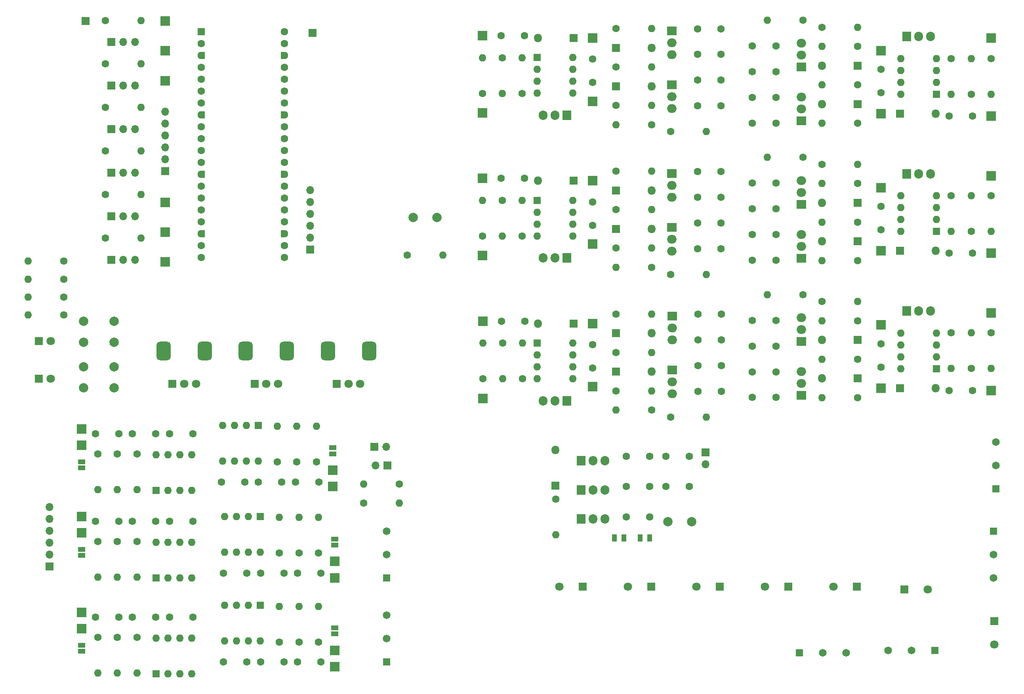
<source format=gbr>
%TF.GenerationSoftware,KiCad,Pcbnew,8.0.6*%
%TF.CreationDate,2025-02-16T13:00:18+00:00*%
%TF.ProjectId,PCB,5043422e-6b69-4636-9164-5f7063625858,rev?*%
%TF.SameCoordinates,Original*%
%TF.FileFunction,Soldermask,Top*%
%TF.FilePolarity,Negative*%
%FSLAX46Y46*%
G04 Gerber Fmt 4.6, Leading zero omitted, Abs format (unit mm)*
G04 Created by KiCad (PCBNEW 8.0.6) date 2025-02-16 13:00:18*
%MOMM*%
%LPD*%
G01*
G04 APERTURE LIST*
G04 Aperture macros list*
%AMRoundRect*
0 Rectangle with rounded corners*
0 $1 Rounding radius*
0 $2 $3 $4 $5 $6 $7 $8 $9 X,Y pos of 4 corners*
0 Add a 4 corners polygon primitive as box body*
4,1,4,$2,$3,$4,$5,$6,$7,$8,$9,$2,$3,0*
0 Add four circle primitives for the rounded corners*
1,1,$1+$1,$2,$3*
1,1,$1+$1,$4,$5*
1,1,$1+$1,$6,$7*
1,1,$1+$1,$8,$9*
0 Add four rect primitives between the rounded corners*
20,1,$1+$1,$2,$3,$4,$5,0*
20,1,$1+$1,$4,$5,$6,$7,0*
20,1,$1+$1,$6,$7,$8,$9,0*
20,1,$1+$1,$8,$9,$2,$3,0*%
%AMFreePoly0*
4,1,28,0.605014,0.794986,0.644504,0.794986,0.724698,0.756366,0.780194,0.686777,0.800000,0.600000,0.800000,-0.600000,0.780194,-0.686777,0.724698,-0.756366,0.644504,-0.794986,0.605014,-0.794986,0.600000,-0.800000,0.000000,-0.800000,-0.178017,-0.779942,-0.347107,-0.720775,-0.498792,-0.625465,-0.625465,-0.498792,-0.720775,-0.347107,-0.779942,-0.178017,-0.800000,0.000000,-0.779942,0.178017,
-0.720775,0.347107,-0.625465,0.498792,-0.498792,0.625465,-0.347107,0.720775,-0.178017,0.779942,0.000000,0.800000,0.600000,0.800000,0.605014,0.794986,0.605014,0.794986,$1*%
%AMFreePoly1*
4,1,28,0.178017,0.779942,0.347107,0.720775,0.498792,0.625465,0.625465,0.498792,0.720775,0.347107,0.779942,0.178017,0.800000,0.000000,0.779942,-0.178017,0.720775,-0.347107,0.625465,-0.498792,0.498792,-0.625465,0.347107,-0.720775,0.178017,-0.779942,0.000000,-0.800000,-0.600000,-0.800000,-0.605014,-0.794986,-0.644504,-0.794986,-0.724698,-0.756366,-0.780194,-0.686777,-0.800000,-0.600000,
-0.800000,0.600000,-0.780194,0.686777,-0.724698,0.756366,-0.644504,0.794986,-0.605014,0.794986,-0.600000,0.800000,0.000000,0.800000,0.178017,0.779942,0.178017,0.779942,$1*%
G04 Aperture macros list end*
%ADD10R,1.800000X1.800000*%
%ADD11O,1.800000X1.800000*%
%ADD12C,1.600000*%
%ADD13R,2.000000X1.905000*%
%ADD14O,2.000000X1.905000*%
%ADD15O,1.600000X1.600000*%
%ADD16R,1.905000X2.000000*%
%ADD17O,1.905000X2.000000*%
%ADD18R,1.650000X1.650000*%
%ADD19C,1.650000*%
%ADD20R,2.000000X2.000000*%
%ADD21C,1.800000*%
%ADD22R,1.500000X1.000000*%
%ADD23R,1.700000X1.700000*%
%ADD24O,1.700000X1.700000*%
%ADD25C,2.000000*%
%ADD26R,1.600000X1.600000*%
%ADD27RoundRect,0.200000X-0.600000X-0.600000X0.600000X-0.600000X0.600000X0.600000X-0.600000X0.600000X0*%
%ADD28FreePoly0,0.000000*%
%ADD29FreePoly1,0.000000*%
%ADD30R,1.000000X1.500000*%
%ADD31RoundRect,0.750000X0.750000X-1.250000X0.750000X1.250000X-0.750000X1.250000X-0.750000X-1.250000X0*%
G04 APERTURE END LIST*
D10*
%TO.C,D11*%
X229500000Y-115061000D03*
D11*
X221880000Y-115061000D03*
%TD*%
D10*
%TO.C,D16*%
X177800000Y-112422000D03*
D11*
X185420000Y-112422000D03*
%TD*%
D12*
%TO.C,C51*%
X200300000Y-69638000D03*
X195300000Y-69638000D03*
%TD*%
%TO.C,C57*%
X114760000Y-205000000D03*
X109760000Y-205000000D03*
%TD*%
D13*
%TO.C,Q5*%
X189800000Y-112098000D03*
D14*
X189800000Y-114638000D03*
X189800000Y-117178000D03*
%TD*%
D12*
%TO.C,C32*%
X185000000Y-161000000D03*
X180000000Y-161000000D03*
%TD*%
%TO.C,R10*%
X177800000Y-108314000D03*
D15*
X185420000Y-108314000D03*
%TD*%
D12*
%TO.C,C40*%
X87400000Y-195400000D03*
X82400000Y-195400000D03*
%TD*%
D16*
%TO.C,Q1*%
X167300000Y-118638000D03*
D17*
X164760000Y-118638000D03*
X162220000Y-118638000D03*
%TD*%
D18*
%TO.C,J25*%
X217000000Y-203000000D03*
D19*
X222000000Y-203000000D03*
X227000000Y-203000000D03*
%TD*%
D12*
%TO.C,C1*%
X158300000Y-101638000D03*
X153300000Y-101638000D03*
%TD*%
D20*
%TO.C,TP29*%
X117760000Y-187000000D03*
%TD*%
D10*
%TO.C,J19*%
X200050000Y-188900000D03*
D21*
X195050000Y-188900000D03*
%TD*%
D22*
%TO.C,JP2*%
X63580000Y-180900000D03*
X63580000Y-182200000D03*
%TD*%
D18*
%TO.C,J21*%
X128800000Y-187000000D03*
D19*
X128800000Y-182000000D03*
X128800000Y-177000000D03*
%TD*%
D12*
%TO.C,C20*%
X207000000Y-102629000D03*
X212000000Y-102629000D03*
%TD*%
D16*
%TO.C,Q16*%
X240000000Y-100629000D03*
D17*
X242540000Y-100629000D03*
X245080000Y-100629000D03*
%TD*%
D12*
%TO.C,C45*%
X93940000Y-186000000D03*
X98940000Y-186000000D03*
%TD*%
%TO.C,R9*%
X149300000Y-83448000D03*
D15*
X149300000Y-75828000D03*
%TD*%
D16*
%TO.C,Q2*%
X167355000Y-149138000D03*
D17*
X164815000Y-149138000D03*
X162275000Y-149138000D03*
%TD*%
D23*
%TO.C,J7*%
X56800000Y-184540000D03*
D24*
X56800000Y-182000000D03*
X56800000Y-179460000D03*
X56800000Y-176920000D03*
X56800000Y-174380000D03*
X56800000Y-171840000D03*
%TD*%
D10*
%TO.C,D10*%
X238545000Y-117129000D03*
D11*
X246165000Y-117129000D03*
%TD*%
D12*
%TO.C,C15*%
X234500000Y-141960000D03*
X234500000Y-136960000D03*
%TD*%
D13*
%TO.C,Q18*%
X217500000Y-107169000D03*
D14*
X217500000Y-104629000D03*
X217500000Y-102089000D03*
%TD*%
D23*
%TO.C,J16*%
X69960000Y-119000000D03*
D24*
X72500000Y-119000000D03*
X75040000Y-119000000D03*
%TD*%
D20*
%TO.C,TP43*%
X258000000Y-117629000D03*
%TD*%
D12*
%TO.C,C34*%
X193500000Y-161000000D03*
X188500000Y-161000000D03*
%TD*%
D18*
%TO.C,J22*%
X128800000Y-205000000D03*
D19*
X128800000Y-200000000D03*
X128800000Y-195000000D03*
%TD*%
D12*
%TO.C,C18*%
X212000000Y-108129000D03*
X207000000Y-108129000D03*
%TD*%
%TO.C,C26*%
X200300000Y-116638000D03*
X195300000Y-116638000D03*
%TD*%
%TO.C,R7*%
X149300000Y-113948000D03*
D15*
X149300000Y-106328000D03*
%TD*%
D12*
%TO.C,R14*%
X68675000Y-77158200D03*
D15*
X76295000Y-77158200D03*
%TD*%
D13*
%TO.C,Q4*%
X189800000Y-100598000D03*
D14*
X189800000Y-103138000D03*
X189800000Y-105678000D03*
%TD*%
D12*
%TO.C,R57*%
X177855000Y-147030000D03*
D15*
X185475000Y-147030000D03*
%TD*%
D16*
%TO.C,U6*%
X170380000Y-162000000D03*
D17*
X172920000Y-162000000D03*
X175460000Y-162000000D03*
%TD*%
D23*
%TO.C,J5*%
X69960000Y-91105400D03*
D24*
X72500000Y-91105400D03*
X75040000Y-91105400D03*
%TD*%
D25*
%TO.C,FB1*%
X139540000Y-110000000D03*
X134460000Y-110000000D03*
%TD*%
D12*
%TO.C,R71*%
X114260000Y-200700000D03*
D15*
X114260000Y-193080000D03*
%TD*%
D20*
%TO.C,TP48*%
X234500000Y-87798000D03*
%TD*%
D12*
%TO.C,R47*%
X258000000Y-75988000D03*
D15*
X258000000Y-83608000D03*
%TD*%
D12*
%TO.C,R73*%
X110080000Y-200700000D03*
D15*
X110080000Y-193080000D03*
%TD*%
D26*
%TO.C,U15*%
X101840000Y-192900000D03*
D15*
X99300000Y-192900000D03*
X96760000Y-192900000D03*
X94220000Y-192900000D03*
X94220000Y-200520000D03*
X96760000Y-200520000D03*
X99300000Y-200520000D03*
X101840000Y-200520000D03*
%TD*%
D20*
%TO.C,TP28*%
X117300000Y-164000000D03*
%TD*%
%TO.C,TP22*%
X63580000Y-177400000D03*
%TD*%
D10*
%TO.C,D15*%
X229500000Y-77514000D03*
D11*
X221880000Y-77514000D03*
%TD*%
D27*
%TO.C,U4*%
X89220000Y-70240000D03*
D12*
X89220000Y-72780000D03*
D28*
X89220000Y-75320000D03*
D12*
X89220000Y-77860000D03*
X89220000Y-80400000D03*
X89220000Y-82940000D03*
X89220000Y-85480000D03*
D28*
X89220000Y-88020000D03*
D12*
X89220000Y-90560000D03*
X89220000Y-93100000D03*
X89220000Y-95640000D03*
X89220000Y-98180000D03*
D28*
X89220000Y-100720000D03*
D12*
X89220000Y-103260000D03*
X89220000Y-105800000D03*
X89220000Y-108340000D03*
X89220000Y-110880000D03*
D28*
X89220000Y-113420000D03*
D12*
X89220000Y-115960000D03*
X89220000Y-118500000D03*
X107000000Y-118500000D03*
X107000000Y-115960000D03*
D29*
X107000000Y-113420000D03*
D12*
X107000000Y-110880000D03*
X107000000Y-108340000D03*
X107000000Y-105800000D03*
X107000000Y-103260000D03*
D29*
X107000000Y-100720000D03*
D12*
X107000000Y-98180000D03*
X107000000Y-95640000D03*
X107000000Y-93100000D03*
X107000000Y-90560000D03*
D29*
X107000000Y-88020000D03*
D12*
X107000000Y-85480000D03*
X107000000Y-82940000D03*
X107000000Y-80400000D03*
X107000000Y-77860000D03*
D29*
X107000000Y-75320000D03*
D12*
X107000000Y-72780000D03*
X107000000Y-70240000D03*
%TD*%
%TO.C,R12*%
X177800000Y-77814000D03*
D15*
X185420000Y-77814000D03*
%TD*%
D20*
%TO.C,TP19*%
X81500000Y-113133300D03*
%TD*%
D12*
%TO.C,C28*%
X200355000Y-147138000D03*
X195355000Y-147138000D03*
%TD*%
D20*
%TO.C,TP44*%
X234500000Y-117129000D03*
%TD*%
D12*
%TO.C,C17*%
X234500000Y-112629000D03*
X234500000Y-107629000D03*
%TD*%
D30*
%TO.C,JP8*%
X177500000Y-178500000D03*
X179500000Y-178500000D03*
%TD*%
D12*
%TO.C,R46*%
X253750000Y-83608000D03*
D15*
X253750000Y-75988000D03*
%TD*%
D12*
%TO.C,C41*%
X74490000Y-195400000D03*
X79490000Y-195400000D03*
%TD*%
%TO.C,C35*%
X185000000Y-174000000D03*
X180000000Y-174000000D03*
%TD*%
%TO.C,C6*%
X172800000Y-76138000D03*
X172800000Y-81138000D03*
%TD*%
D18*
%TO.C,J2*%
X258500000Y-177000000D03*
D19*
X258500000Y-182000000D03*
X258500000Y-187000000D03*
%TD*%
D23*
%TO.C,J3*%
X69960000Y-72509100D03*
D24*
X72500000Y-72509100D03*
X75040000Y-72509100D03*
%TD*%
D12*
%TO.C,R54*%
X177855000Y-130598000D03*
D15*
X185475000Y-130598000D03*
%TD*%
D12*
%TO.C,C25*%
X207000000Y-73298000D03*
X212000000Y-73298000D03*
%TD*%
%TO.C,R34*%
X229500000Y-132068000D03*
D15*
X221880000Y-132068000D03*
%TD*%
D12*
%TO.C,C54*%
X66580000Y-156200000D03*
X71580000Y-156200000D03*
%TD*%
%TO.C,R61*%
X185475000Y-151138000D03*
D15*
X177855000Y-151138000D03*
%TD*%
D23*
%TO.C,J1*%
X112500000Y-116820000D03*
D24*
X112500000Y-114280000D03*
X112500000Y-111740000D03*
X112500000Y-109200000D03*
X112500000Y-106660000D03*
X112500000Y-104120000D03*
%TD*%
D23*
%TO.C,J13*%
X69960000Y-100403600D03*
D24*
X72500000Y-100403600D03*
X75040000Y-100403600D03*
%TD*%
D12*
%TO.C,C5*%
X172855000Y-137138000D03*
X172855000Y-142138000D03*
%TD*%
%TO.C,C22*%
X234500000Y-83298000D03*
X234500000Y-78298000D03*
%TD*%
D10*
%TO.C,J17*%
X214700000Y-188900000D03*
D21*
X209700000Y-188900000D03*
%TD*%
D12*
%TO.C,C8*%
X195355000Y-141638000D03*
X200355000Y-141638000D03*
%TD*%
%TO.C,C38*%
X74490000Y-174900000D03*
X79490000Y-174900000D03*
%TD*%
D26*
%TO.C,U9*%
X79500000Y-207500000D03*
D15*
X82040000Y-207500000D03*
X84580000Y-207500000D03*
X87120000Y-207500000D03*
X87120000Y-199880000D03*
X84580000Y-199880000D03*
X82040000Y-199880000D03*
X79500000Y-199880000D03*
%TD*%
D12*
%TO.C,R17*%
X68675000Y-105052700D03*
D15*
X76295000Y-105052700D03*
%TD*%
D20*
%TO.C,TP9*%
X172855000Y-132638000D03*
%TD*%
D12*
%TO.C,R80*%
X131500000Y-167000000D03*
D15*
X123880000Y-167000000D03*
%TD*%
D12*
%TO.C,R35*%
X221880000Y-127960000D03*
D15*
X229500000Y-127960000D03*
%TD*%
D12*
%TO.C,R49*%
X229500000Y-89838000D03*
D15*
X221880000Y-89838000D03*
%TD*%
D12*
%TO.C,R74*%
X59810000Y-123166700D03*
D15*
X52190000Y-123166700D03*
%TD*%
D20*
%TO.C,TP15*%
X81500000Y-80733300D03*
%TD*%
D12*
%TO.C,C12*%
X212000000Y-137460000D03*
X207000000Y-137460000D03*
%TD*%
%TO.C,R37*%
X249500000Y-105319000D03*
D15*
X249500000Y-112939000D03*
%TD*%
D12*
%TO.C,R8*%
X149355000Y-144448000D03*
D15*
X149355000Y-136828000D03*
%TD*%
D12*
%TO.C,R52*%
X217810000Y-67798000D03*
D15*
X210190000Y-67798000D03*
%TD*%
D20*
%TO.C,TP17*%
X81500000Y-119500000D03*
%TD*%
%TO.C,TP5*%
X149300000Y-87598000D03*
%TD*%
D23*
%TO.C,J28*%
X64500000Y-68000000D03*
%TD*%
D26*
%TO.C,U11*%
X246340000Y-142300000D03*
D15*
X246340000Y-139760000D03*
X246340000Y-137220000D03*
X246340000Y-134680000D03*
X238720000Y-134680000D03*
X238720000Y-137220000D03*
X238720000Y-139760000D03*
X238720000Y-142300000D03*
%TD*%
D20*
%TO.C,TP47*%
X258000000Y-88298000D03*
%TD*%
D12*
%TO.C,R45*%
X249500000Y-75988000D03*
D15*
X249500000Y-83608000D03*
%TD*%
D10*
%TO.C,D6*%
X177800000Y-73706000D03*
D11*
X185420000Y-73706000D03*
%TD*%
D10*
%TO.C,RV3*%
X118150000Y-145500000D03*
D21*
X120650000Y-145500000D03*
X123150000Y-145500000D03*
D31*
X116250000Y-138500000D03*
X125050000Y-138500000D03*
%TD*%
D12*
%TO.C,R19*%
X165000000Y-170190000D03*
D15*
X165000000Y-177810000D03*
%TD*%
D10*
%TO.C,D4*%
X177800000Y-104206000D03*
D11*
X185420000Y-104206000D03*
%TD*%
D12*
%TO.C,C36*%
X74490000Y-156200000D03*
X79490000Y-156200000D03*
%TD*%
D20*
%TO.C,TP23*%
X63580000Y-194400000D03*
%TD*%
D12*
%TO.C,R13*%
X68675000Y-67860000D03*
D15*
X76295000Y-67860000D03*
%TD*%
D20*
%TO.C,TP4*%
X149355000Y-132138000D03*
%TD*%
%TO.C,TP40*%
X234500000Y-146460000D03*
%TD*%
D26*
%TO.C,U14*%
X101840000Y-173900000D03*
D15*
X99300000Y-173900000D03*
X96760000Y-173900000D03*
X94220000Y-173900000D03*
X94220000Y-181520000D03*
X96760000Y-181520000D03*
X99300000Y-181520000D03*
X101840000Y-181520000D03*
%TD*%
D23*
%TO.C,J9*%
X128965000Y-163000000D03*
D24*
X126425000Y-163000000D03*
%TD*%
D20*
%TO.C,TP41*%
X234500000Y-132960000D03*
%TD*%
D22*
%TO.C,JP5*%
X117760000Y-180000000D03*
X117760000Y-178700000D03*
%TD*%
D20*
%TO.C,TP16*%
X63580000Y-155200000D03*
%TD*%
D12*
%TO.C,R32*%
X253750000Y-142270000D03*
D15*
X253750000Y-134650000D03*
%TD*%
D20*
%TO.C,TP20*%
X63580000Y-158700000D03*
%TD*%
D12*
%TO.C,R67*%
X105440000Y-162200000D03*
D15*
X105440000Y-154580000D03*
%TD*%
D13*
%TO.C,Q9*%
X189800000Y-81598000D03*
D14*
X189800000Y-84138000D03*
X189800000Y-86678000D03*
%TD*%
D12*
%TO.C,R42*%
X229500000Y-102737000D03*
D15*
X221880000Y-102737000D03*
%TD*%
D12*
%TO.C,C31*%
X180000000Y-167500000D03*
X185000000Y-167500000D03*
%TD*%
%TO.C,C39*%
X87400000Y-174900000D03*
X82400000Y-174900000D03*
%TD*%
D10*
%TO.C,D7*%
X238545000Y-146460000D03*
D11*
X246165000Y-146460000D03*
%TD*%
D10*
%TO.C,RV1*%
X83050000Y-145500000D03*
D21*
X85550000Y-145500000D03*
X88050000Y-145500000D03*
D31*
X81150000Y-138500000D03*
X89950000Y-138500000D03*
%TD*%
D12*
%TO.C,R21*%
X71260000Y-160500000D03*
D15*
X71260000Y-168120000D03*
%TD*%
D12*
%TO.C,C49*%
X207000000Y-119129000D03*
X212000000Y-119129000D03*
%TD*%
%TO.C,R16*%
X68675000Y-95754500D03*
D15*
X76295000Y-95754500D03*
%TD*%
D12*
%TO.C,C33*%
X188500000Y-167500000D03*
X193500000Y-167500000D03*
%TD*%
%TO.C,C30*%
X200300000Y-86138000D03*
X195300000Y-86138000D03*
%TD*%
%TO.C,C47*%
X93940000Y-205000000D03*
X98940000Y-205000000D03*
%TD*%
D26*
%TO.C,U10*%
X246340000Y-112969000D03*
D15*
X246340000Y-110429000D03*
X246340000Y-107889000D03*
X246340000Y-105349000D03*
X238720000Y-105349000D03*
X238720000Y-107889000D03*
X238720000Y-110429000D03*
X238720000Y-112969000D03*
%TD*%
D12*
%TO.C,R40*%
X229500000Y-110953000D03*
D15*
X221880000Y-110953000D03*
%TD*%
D12*
%TO.C,R64*%
X189490000Y-91638000D03*
D15*
X197110000Y-91638000D03*
%TD*%
D26*
%TO.C,U2*%
X161015000Y-136798000D03*
D15*
X161015000Y-139338000D03*
X161015000Y-141878000D03*
X161015000Y-144418000D03*
X168635000Y-144418000D03*
X168635000Y-141878000D03*
X168635000Y-139338000D03*
X168635000Y-136798000D03*
%TD*%
D12*
%TO.C,C27*%
X195355000Y-136138000D03*
X200355000Y-136138000D03*
%TD*%
%TO.C,R68*%
X114260000Y-181700000D03*
D15*
X114260000Y-174080000D03*
%TD*%
D12*
%TO.C,R29*%
X229500000Y-148500000D03*
D15*
X221880000Y-148500000D03*
%TD*%
D12*
%TO.C,C11*%
X249000000Y-146960000D03*
X254000000Y-146960000D03*
%TD*%
%TO.C,R5*%
X157800000Y-83448000D03*
D15*
X157800000Y-75828000D03*
%TD*%
D12*
%TO.C,C53*%
X200355000Y-130638000D03*
X195355000Y-130638000D03*
%TD*%
%TO.C,R15*%
X68675000Y-86456400D03*
D15*
X76295000Y-86456400D03*
%TD*%
D23*
%TO.C,J10*%
X126225000Y-159000000D03*
D24*
X128765000Y-159000000D03*
%TD*%
D25*
%TO.C,SW2*%
X64050000Y-141900000D03*
X70550000Y-141900000D03*
X64050000Y-146400000D03*
X70550000Y-146400000D03*
%TD*%
D12*
%TO.C,R38*%
X253750000Y-112939000D03*
D15*
X253750000Y-105319000D03*
%TD*%
D12*
%TO.C,C46*%
X106850000Y-205000000D03*
X101850000Y-205000000D03*
%TD*%
%TO.C,R48*%
X229500000Y-81622000D03*
D15*
X221880000Y-81622000D03*
%TD*%
D10*
%TO.C,J12*%
X170750000Y-188900000D03*
D21*
X165750000Y-188900000D03*
%TD*%
D12*
%TO.C,R30*%
X229500000Y-140284000D03*
D15*
X221880000Y-140284000D03*
%TD*%
D20*
%TO.C,TP13*%
X81500000Y-68000000D03*
%TD*%
D12*
%TO.C,C55*%
X66580000Y-174900000D03*
X71580000Y-174900000D03*
%TD*%
%TO.C,R79*%
X123880000Y-171000000D03*
D15*
X131500000Y-171000000D03*
%TD*%
D12*
%TO.C,R3*%
X157855000Y-144448000D03*
D15*
X157855000Y-136828000D03*
%TD*%
D12*
%TO.C,C59*%
X114300000Y-166500000D03*
X109300000Y-166500000D03*
%TD*%
%TO.C,R76*%
X59810000Y-127000000D03*
D15*
X52190000Y-127000000D03*
%TD*%
D20*
%TO.C,TP46*%
X258000000Y-71622000D03*
%TD*%
D12*
%TO.C,R77*%
X133190000Y-118000000D03*
D15*
X140810000Y-118000000D03*
%TD*%
D16*
%TO.C,U5*%
X170380000Y-168222500D03*
D17*
X172920000Y-168222500D03*
X175460000Y-168222500D03*
%TD*%
D12*
%TO.C,R2*%
X153550000Y-106328000D03*
D15*
X153550000Y-113948000D03*
%TD*%
D12*
%TO.C,R60*%
X189490000Y-122138000D03*
D15*
X197110000Y-122138000D03*
%TD*%
D12*
%TO.C,C50*%
X207000000Y-89798000D03*
X212000000Y-89798000D03*
%TD*%
D13*
%TO.C,Q8*%
X189800000Y-70098000D03*
D14*
X189800000Y-72638000D03*
X189800000Y-75178000D03*
%TD*%
D12*
%TO.C,R18*%
X68675000Y-114350900D03*
D15*
X76295000Y-114350900D03*
%TD*%
D22*
%TO.C,JP6*%
X117760000Y-199000000D03*
X117760000Y-197700000D03*
%TD*%
D18*
%TO.C,J24*%
X246000000Y-202500000D03*
D19*
X241000000Y-202500000D03*
X236000000Y-202500000D03*
%TD*%
D12*
%TO.C,R59*%
X185420000Y-120638000D03*
D15*
X177800000Y-120638000D03*
%TD*%
D10*
%TO.C,D2*%
X168810000Y-132638000D03*
D11*
X161190000Y-132638000D03*
%TD*%
D12*
%TO.C,R39*%
X258000000Y-105319000D03*
D15*
X258000000Y-112939000D03*
%TD*%
D12*
%TO.C,R70*%
X110080000Y-181700000D03*
D15*
X110080000Y-174080000D03*
%TD*%
D25*
%TO.C,SW1*%
X64050000Y-132150000D03*
X70550000Y-132150000D03*
X64050000Y-136650000D03*
X70550000Y-136650000D03*
%TD*%
D20*
%TO.C,TP25*%
X117760000Y-206000000D03*
%TD*%
D18*
%TO.C,J14*%
X259000000Y-168000000D03*
D19*
X259000000Y-163000000D03*
X259000000Y-158000000D03*
%TD*%
D12*
%TO.C,R41*%
X229500000Y-119169000D03*
D15*
X221880000Y-119169000D03*
%TD*%
D20*
%TO.C,TP49*%
X234500000Y-74298000D03*
%TD*%
D13*
%TO.C,Q21*%
X217500000Y-77838000D03*
D14*
X217500000Y-75298000D03*
X217500000Y-72758000D03*
%TD*%
D12*
%TO.C,R6*%
X153550000Y-75828000D03*
D15*
X153550000Y-83448000D03*
%TD*%
D10*
%TO.C,D5*%
X177855000Y-134706000D03*
D11*
X185475000Y-134706000D03*
%TD*%
D10*
%TO.C,J18*%
X185400000Y-188900000D03*
D21*
X180400000Y-188900000D03*
%TD*%
D12*
%TO.C,R69*%
X105900000Y-181700000D03*
D15*
X105900000Y-174080000D03*
%TD*%
D13*
%TO.C,Q7*%
X189855000Y-142598000D03*
D14*
X189855000Y-145138000D03*
X189855000Y-147678000D03*
%TD*%
D10*
%TO.C,RV2*%
X100600000Y-145500000D03*
D21*
X103100000Y-145500000D03*
X105600000Y-145500000D03*
D31*
X98700000Y-138500000D03*
X107500000Y-138500000D03*
%TD*%
D12*
%TO.C,C37*%
X87400000Y-156200000D03*
X82400000Y-156200000D03*
%TD*%
%TO.C,R23*%
X67080000Y-179200000D03*
D15*
X67080000Y-186820000D03*
%TD*%
D16*
%TO.C,Q13*%
X240000000Y-129960000D03*
D17*
X242540000Y-129960000D03*
X245080000Y-129960000D03*
%TD*%
D20*
%TO.C,TP27*%
X117300000Y-167500000D03*
%TD*%
D23*
%TO.C,J15*%
X69960000Y-109701800D03*
D24*
X72500000Y-109701800D03*
X75040000Y-109701800D03*
%TD*%
D10*
%TO.C,D8*%
X229500000Y-144392000D03*
D11*
X221880000Y-144392000D03*
%TD*%
D12*
%TO.C,R78*%
X59810000Y-130833300D03*
D15*
X52190000Y-130833300D03*
%TD*%
D12*
%TO.C,R43*%
X221880000Y-98629000D03*
D15*
X229500000Y-98629000D03*
%TD*%
D12*
%TO.C,C29*%
X195300000Y-75138000D03*
X200300000Y-75138000D03*
%TD*%
D26*
%TO.C,U12*%
X246340000Y-83638000D03*
D15*
X246340000Y-81098000D03*
X246340000Y-78558000D03*
X246340000Y-76018000D03*
X238720000Y-76018000D03*
X238720000Y-78558000D03*
X238720000Y-81098000D03*
X238720000Y-83638000D03*
%TD*%
D13*
%TO.C,Q14*%
X217500000Y-148000000D03*
D14*
X217500000Y-145460000D03*
X217500000Y-142920000D03*
%TD*%
D20*
%TO.C,TP7*%
X172800000Y-102138000D03*
%TD*%
D12*
%TO.C,R58*%
X177800000Y-86030000D03*
D15*
X185420000Y-86030000D03*
%TD*%
D20*
%TO.C,TP12*%
X172800000Y-85138000D03*
%TD*%
D26*
%TO.C,U1*%
X160960000Y-106298000D03*
D15*
X160960000Y-108838000D03*
X160960000Y-111378000D03*
X160960000Y-113918000D03*
X168580000Y-113918000D03*
X168580000Y-111378000D03*
X168580000Y-108838000D03*
X168580000Y-106298000D03*
%TD*%
D20*
%TO.C,TP18*%
X81500000Y-106766700D03*
%TD*%
D12*
%TO.C,C14*%
X207000000Y-131960000D03*
X212000000Y-131960000D03*
%TD*%
%TO.C,R24*%
X71260000Y-179200000D03*
D15*
X71260000Y-186820000D03*
%TD*%
D23*
%TO.C,J4*%
X69960000Y-81807300D03*
D24*
X72500000Y-81807300D03*
X75040000Y-81807300D03*
%TD*%
D12*
%TO.C,C52*%
X200300000Y-100138000D03*
X195300000Y-100138000D03*
%TD*%
D16*
%TO.C,Q19*%
X240000000Y-71298000D03*
D17*
X242540000Y-71298000D03*
X245080000Y-71298000D03*
%TD*%
D12*
%TO.C,C19*%
X212000000Y-113629000D03*
X207000000Y-113629000D03*
%TD*%
%TO.C,C3*%
X158300000Y-71138000D03*
X153300000Y-71138000D03*
%TD*%
%TO.C,R50*%
X229500000Y-73406000D03*
D15*
X221880000Y-73406000D03*
%TD*%
D20*
%TO.C,TP26*%
X117760000Y-183500000D03*
%TD*%
D13*
%TO.C,Q17*%
X217500000Y-118669000D03*
D14*
X217500000Y-116129000D03*
X217500000Y-113589000D03*
%TD*%
D10*
%TO.C,D13*%
X238545000Y-87798000D03*
D11*
X246165000Y-87798000D03*
%TD*%
D20*
%TO.C,TP11*%
X172800000Y-71638000D03*
%TD*%
%TO.C,TP2*%
X149300000Y-101638000D03*
%TD*%
D23*
%TO.C,J23*%
X113000000Y-70500000D03*
%TD*%
D12*
%TO.C,R65*%
X113800000Y-162200000D03*
D15*
X113800000Y-154580000D03*
%TD*%
D12*
%TO.C,R11*%
X177855000Y-138814000D03*
D15*
X185475000Y-138814000D03*
%TD*%
D12*
%TO.C,C21*%
X249000000Y-88298000D03*
X254000000Y-88298000D03*
%TD*%
%TO.C,R44*%
X217810000Y-97129000D03*
D15*
X210190000Y-97129000D03*
%TD*%
D12*
%TO.C,R20*%
X75440000Y-160500000D03*
D15*
X75440000Y-168120000D03*
%TD*%
D20*
%TO.C,TP24*%
X63580000Y-197900000D03*
%TD*%
D12*
%TO.C,C10*%
X195300000Y-105638000D03*
X200300000Y-105638000D03*
%TD*%
%TO.C,C24*%
X212000000Y-84298000D03*
X207000000Y-84298000D03*
%TD*%
D20*
%TO.C,TP21*%
X63580000Y-173900000D03*
%TD*%
%TO.C,TP6*%
X149300000Y-71138000D03*
%TD*%
D12*
%TO.C,C2*%
X158355000Y-132138000D03*
X153355000Y-132138000D03*
%TD*%
D22*
%TO.C,JP4*%
X117300000Y-160500000D03*
X117300000Y-159200000D03*
%TD*%
D12*
%TO.C,R27*%
X75440000Y-199700000D03*
D15*
X75440000Y-207320000D03*
%TD*%
D26*
%TO.C,U8*%
X79500000Y-187000000D03*
D15*
X82040000Y-187000000D03*
X84580000Y-187000000D03*
X87120000Y-187000000D03*
X87120000Y-179380000D03*
X84580000Y-179380000D03*
X82040000Y-179380000D03*
X79500000Y-179380000D03*
%TD*%
D20*
%TO.C,TP14*%
X81500000Y-74366700D03*
%TD*%
D13*
%TO.C,Q20*%
X217500000Y-89338000D03*
D14*
X217500000Y-86798000D03*
X217500000Y-84258000D03*
%TD*%
D12*
%TO.C,C43*%
X93480000Y-166500000D03*
X98480000Y-166500000D03*
%TD*%
%TO.C,R62*%
X189545000Y-152638000D03*
D15*
X197165000Y-152638000D03*
%TD*%
D12*
%TO.C,R72*%
X105900000Y-200700000D03*
D15*
X105900000Y-193080000D03*
%TD*%
D12*
%TO.C,R53*%
X177800000Y-100098000D03*
D15*
X185420000Y-100098000D03*
%TD*%
D20*
%TO.C,TP38*%
X258000000Y-130392000D03*
%TD*%
D23*
%TO.C,J8*%
X81500000Y-100100000D03*
D24*
X81500000Y-97560000D03*
X81500000Y-95020000D03*
X81500000Y-92480000D03*
X81500000Y-89940000D03*
X81500000Y-87400000D03*
%TD*%
D12*
%TO.C,C4*%
X172800000Y-106638000D03*
X172800000Y-111638000D03*
%TD*%
D10*
%TO.C,D25*%
X164900000Y-167310000D03*
D11*
X164900000Y-159690000D03*
%TD*%
D10*
%TO.C,D1*%
X168755000Y-102138000D03*
D11*
X161135000Y-102138000D03*
%TD*%
D12*
%TO.C,R56*%
X177800000Y-116530000D03*
D15*
X185420000Y-116530000D03*
%TD*%
D22*
%TO.C,JP1*%
X63580000Y-162200000D03*
X63580000Y-163500000D03*
%TD*%
D10*
%TO.C,D18*%
X177800000Y-81922000D03*
D11*
X185420000Y-81922000D03*
%TD*%
D12*
%TO.C,C58*%
X114760000Y-186000000D03*
X109760000Y-186000000D03*
%TD*%
%TO.C,R75*%
X59810000Y-119333300D03*
D15*
X52190000Y-119333300D03*
%TD*%
D20*
%TO.C,TP3*%
X149355000Y-148638000D03*
%TD*%
D10*
%TO.C,D3*%
X168755000Y-71638000D03*
D11*
X161135000Y-71638000D03*
%TD*%
D12*
%TO.C,R4*%
X153605000Y-136828000D03*
D15*
X153605000Y-144448000D03*
%TD*%
D12*
%TO.C,R51*%
X221880000Y-69298000D03*
D15*
X229500000Y-69298000D03*
%TD*%
D20*
%TO.C,TP8*%
X172800000Y-115638000D03*
%TD*%
D26*
%TO.C,U7*%
X79500000Y-168300000D03*
D15*
X82040000Y-168300000D03*
X84580000Y-168300000D03*
X87120000Y-168300000D03*
X87120000Y-160680000D03*
X84580000Y-160680000D03*
X82040000Y-160680000D03*
X79500000Y-160680000D03*
%TD*%
D12*
%TO.C,C9*%
X195300000Y-80638000D03*
X200300000Y-80638000D03*
%TD*%
%TO.C,R22*%
X67080000Y-160500000D03*
D15*
X67080000Y-168120000D03*
%TD*%
D12*
%TO.C,R33*%
X258000000Y-134650000D03*
D15*
X258000000Y-142270000D03*
%TD*%
D12*
%TO.C,R31*%
X249500000Y-134650000D03*
D15*
X249500000Y-142270000D03*
%TD*%
D26*
%TO.C,U13*%
X101380000Y-154400000D03*
D15*
X98840000Y-154400000D03*
X96300000Y-154400000D03*
X93760000Y-154400000D03*
X93760000Y-162020000D03*
X96300000Y-162020000D03*
X98840000Y-162020000D03*
X101380000Y-162020000D03*
%TD*%
D10*
%TO.C,D9*%
X229500000Y-136176000D03*
D11*
X221880000Y-136176000D03*
%TD*%
D22*
%TO.C,JP3*%
X63580000Y-201400000D03*
X63580000Y-202700000D03*
%TD*%
D10*
%TO.C,J20*%
X239500000Y-189500000D03*
D21*
X244500000Y-189500000D03*
%TD*%
D10*
%TO.C,J11*%
X229350000Y-188900000D03*
D21*
X224350000Y-188900000D03*
%TD*%
D12*
%TO.C,R25*%
X75440000Y-179200000D03*
D15*
X75440000Y-186820000D03*
%TD*%
D20*
%TO.C,TP45*%
X234500000Y-103629000D03*
%TD*%
D13*
%TO.C,Q6*%
X189855000Y-131098000D03*
D14*
X189855000Y-133638000D03*
X189855000Y-136178000D03*
%TD*%
D20*
%TO.C,TP42*%
X258000000Y-101061000D03*
%TD*%
D10*
%TO.C,D12*%
X229500000Y-106845000D03*
D11*
X221880000Y-106845000D03*
%TD*%
D23*
%TO.C,J26*%
X197000000Y-160225000D03*
D24*
X197000000Y-162765000D03*
%TD*%
D20*
%TO.C,TP30*%
X117760000Y-202500000D03*
%TD*%
D12*
%TO.C,R36*%
X217810000Y-126460000D03*
D15*
X210190000Y-126460000D03*
%TD*%
D12*
%TO.C,C16*%
X249000000Y-117629000D03*
X254000000Y-117629000D03*
%TD*%
%TO.C,C23*%
X212000000Y-78798000D03*
X207000000Y-78798000D03*
%TD*%
D25*
%TO.C,FB2*%
X188960000Y-175000000D03*
X194040000Y-175000000D03*
%TD*%
D12*
%TO.C,R26*%
X67080000Y-199700000D03*
D15*
X67080000Y-207320000D03*
%TD*%
D20*
%TO.C,TP1*%
X149300000Y-118138000D03*
%TD*%
D12*
%TO.C,R1*%
X157800000Y-113948000D03*
D15*
X157800000Y-106328000D03*
%TD*%
D10*
%TO.C,D27*%
X54510000Y-144400000D03*
D21*
X57050000Y-144400000D03*
%TD*%
D12*
%TO.C,R66*%
X109620000Y-162200000D03*
D15*
X109620000Y-154580000D03*
%TD*%
D12*
%TO.C,C42*%
X106390000Y-166500000D03*
X101390000Y-166500000D03*
%TD*%
%TO.C,R55*%
X177800000Y-69598000D03*
D15*
X185420000Y-69598000D03*
%TD*%
D13*
%TO.C,Q15*%
X217500000Y-136500000D03*
D14*
X217500000Y-133960000D03*
X217500000Y-131420000D03*
%TD*%
D30*
%TO.C,JP7*%
X183000000Y-178500000D03*
X185000000Y-178500000D03*
%TD*%
D12*
%TO.C,C13*%
X212000000Y-142960000D03*
X207000000Y-142960000D03*
%TD*%
D10*
%TO.C,D17*%
X177855000Y-142922000D03*
D11*
X185475000Y-142922000D03*
%TD*%
D12*
%TO.C,C7*%
X195300000Y-111138000D03*
X200300000Y-111138000D03*
%TD*%
%TO.C,C44*%
X106850000Y-186000000D03*
X101850000Y-186000000D03*
%TD*%
D10*
%TO.C,D26*%
X54510000Y-136400000D03*
D21*
X57050000Y-136400000D03*
%TD*%
D10*
%TO.C,J6*%
X258700000Y-196250000D03*
D21*
X258700000Y-201250000D03*
%TD*%
D16*
%TO.C,Q3*%
X167300000Y-88138000D03*
D17*
X164760000Y-88138000D03*
X162220000Y-88138000D03*
%TD*%
D12*
%TO.C,C56*%
X66580000Y-195400000D03*
X71580000Y-195400000D03*
%TD*%
%TO.C,R63*%
X185420000Y-90138000D03*
D15*
X177800000Y-90138000D03*
%TD*%
D10*
%TO.C,D14*%
X229500000Y-85730000D03*
D11*
X221880000Y-85730000D03*
%TD*%
D12*
%TO.C,R28*%
X71260000Y-199700000D03*
D15*
X71260000Y-207320000D03*
%TD*%
D20*
%TO.C,TP39*%
X258000000Y-146960000D03*
%TD*%
D26*
%TO.C,U3*%
X160960000Y-75798000D03*
D15*
X160960000Y-78338000D03*
X160960000Y-80878000D03*
X160960000Y-83418000D03*
X168580000Y-83418000D03*
X168580000Y-80878000D03*
X168580000Y-78338000D03*
X168580000Y-75798000D03*
%TD*%
D12*
%TO.C,C48*%
X207000000Y-148460000D03*
X212000000Y-148460000D03*
%TD*%
D16*
%TO.C,Q10*%
X170380000Y-174445000D03*
D17*
X172920000Y-174445000D03*
X175460000Y-174445000D03*
%TD*%
D20*
%TO.C,TP10*%
X172855000Y-146138000D03*
%TD*%
M02*

</source>
